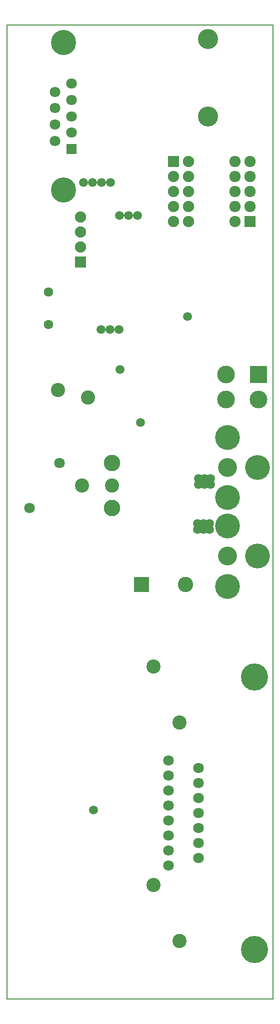
<source format=gbr>
G04 #@! TF.GenerationSoftware,KiCad,Pcbnew,(5.0.0-rc2-dev-311-g1dd4af297)*
G04 #@! TF.CreationDate,2018-07-24T10:12:30+02:00*
G04 #@! TF.ProjectId,resetUSB,72657365745553422E6B696361645F70,1.0*
G04 #@! TF.SameCoordinates,PX29ff57cPY2521014*
G04 #@! TF.FileFunction,Soldermask,Bot*
G04 #@! TF.FilePolarity,Negative*
%FSLAX46Y46*%
G04 Gerber Fmt 4.6, Leading zero omitted, Abs format (unit mm)*
G04 Created by KiCad (PCBNEW (5.0.0-rc2-dev-311-g1dd4af297)) date 07/24/18 10:12:30*
%MOMM*%
%LPD*%
G01*
G04 APERTURE LIST*
%ADD10C,0.150000*%
%ADD11C,4.600000*%
%ADD12R,1.927200X1.927200*%
%ADD13O,1.927200X1.927200*%
%ADD14C,2.400000*%
%ADD15R,2.600000X2.600000*%
%ADD16C,2.600000*%
%ADD17C,1.800000*%
%ADD18R,1.800000X1.800000*%
%ADD19C,4.250000*%
%ADD20C,3.400000*%
%ADD21C,2.800000*%
%ADD22C,1.600000*%
%ADD23C,4.200000*%
%ADD24C,3.200000*%
%ADD25C,3.000000*%
%ADD26R,3.000000X3.000000*%
%ADD27R,1.900000X1.900000*%
%ADD28O,1.900000X1.900000*%
%ADD29C,1.500000*%
G04 APERTURE END LIST*
D10*
X0Y-165000000D02*
X0Y0D01*
X45000000Y-165000000D02*
X0Y-165000000D01*
X45000000Y0D02*
X45000000Y-165000000D01*
X0Y0D02*
X45000000Y0D01*
D11*
X41900000Y-156550000D03*
X41900000Y-110450000D03*
D12*
X41148000Y-33346000D03*
D13*
X38608000Y-33346000D03*
X41148000Y-30806000D03*
X38608000Y-30806000D03*
X41148000Y-28266000D03*
X38608000Y-28266000D03*
X41148000Y-25726000D03*
X38608000Y-25726000D03*
X41148000Y-23186000D03*
X38608000Y-23186000D03*
D14*
X8626000Y-61884000D03*
X13726000Y-63084000D03*
D15*
X22733000Y-94742000D03*
D16*
X30233000Y-94742000D03*
D17*
X8100000Y-11345000D03*
X8100000Y-14115000D03*
X8100000Y-16885000D03*
X8100000Y-19655000D03*
X10940000Y-9960000D03*
X10940000Y-12730000D03*
D18*
X10940000Y-21040000D03*
D17*
X10940000Y-18270000D03*
X10940000Y-15500000D03*
D19*
X9520000Y-3005000D03*
X9520000Y-27995000D03*
D20*
X34000000Y-2430000D03*
X34000000Y-15570000D03*
D17*
X3820000Y-81810000D03*
X8900000Y-74190000D03*
D14*
X12710000Y-78000000D03*
X17790000Y-78000000D03*
D21*
X17790000Y-81810000D03*
X17790000Y-74190000D03*
D22*
X7000000Y-50750000D03*
X7000000Y-45250000D03*
D23*
X37336500Y-69892000D03*
X37336500Y-80092000D03*
D24*
X37336500Y-74992000D03*
D23*
X42436500Y-74992000D03*
X42436500Y-89992000D03*
D24*
X37336500Y-89992000D03*
D23*
X37336500Y-95092000D03*
X37336500Y-84892000D03*
D17*
X27370000Y-142390000D03*
X27370000Y-139850000D03*
X27370000Y-137310000D03*
X27370000Y-134770000D03*
X27370000Y-132230000D03*
X27370000Y-129690000D03*
X27370000Y-127150000D03*
X27370000Y-124610000D03*
X32450000Y-141120000D03*
X32450000Y-138580000D03*
X32450000Y-136040000D03*
X32450000Y-125880000D03*
X32450000Y-128420000D03*
X32450000Y-130960000D03*
X32450000Y-133500000D03*
D14*
X24770000Y-108650000D03*
X29210000Y-118180000D03*
X24770000Y-145650000D03*
X29210000Y-155180000D03*
D25*
X37076000Y-63414000D03*
X37076000Y-59214000D03*
X42576000Y-63414000D03*
D26*
X42576000Y-59214000D03*
D27*
X12446000Y-40204000D03*
D28*
X12446000Y-37664000D03*
X12446000Y-35124000D03*
X12446000Y-32584000D03*
D27*
X28194000Y-23186000D03*
D28*
X30734000Y-23186000D03*
X28194000Y-25726000D03*
X30734000Y-25726000D03*
X28194000Y-28266000D03*
X30734000Y-28266000D03*
X28194000Y-30806000D03*
X30734000Y-30806000D03*
X28194000Y-33346000D03*
X30734000Y-33346000D03*
D29*
X14605000Y-132969000D03*
X32385000Y-76835000D03*
X34290000Y-85471000D03*
X33274000Y-85471000D03*
X32258000Y-84455000D03*
X33274000Y-84455000D03*
X32258000Y-85471000D03*
X34290000Y-84455000D03*
X33401000Y-76835000D03*
X34417000Y-76835000D03*
X34417000Y-77851000D03*
X33401000Y-77851000D03*
X32385000Y-77851000D03*
X16002000Y-26670000D03*
X14478000Y-26670000D03*
X12954000Y-26670000D03*
X17526000Y-26670000D03*
X22606000Y-67310000D03*
X15875000Y-51562000D03*
X17399000Y-51562000D03*
X18923000Y-51562000D03*
X22078000Y-32258000D03*
X19050000Y-32258000D03*
X20574000Y-32258000D03*
X19090400Y-58415800D03*
X30535191Y-49371793D03*
M02*

</source>
